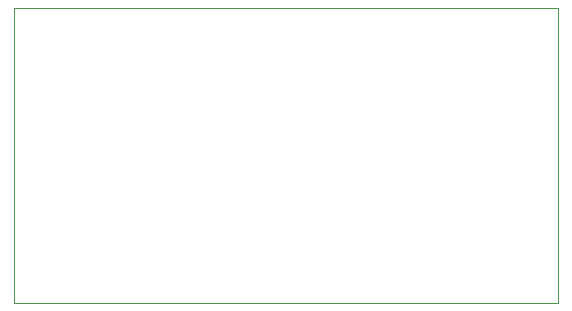
<source format=gbr>
%TF.GenerationSoftware,KiCad,Pcbnew,(6.0.7)*%
%TF.CreationDate,2022-12-22T14:47:10-06:00*%
%TF.ProjectId,Proyecto_1,50726f79-6563-4746-9f5f-312e6b696361,rev?*%
%TF.SameCoordinates,Original*%
%TF.FileFunction,Profile,NP*%
%FSLAX46Y46*%
G04 Gerber Fmt 4.6, Leading zero omitted, Abs format (unit mm)*
G04 Created by KiCad (PCBNEW (6.0.7)) date 2022-12-22 14:47:10*
%MOMM*%
%LPD*%
G01*
G04 APERTURE LIST*
%TA.AperFunction,Profile*%
%ADD10C,0.100000*%
%TD*%
G04 APERTURE END LIST*
D10*
X164000000Y-87000000D02*
X164000000Y-112000000D01*
X118000000Y-87000000D02*
X164000000Y-87000000D01*
X118000000Y-112000000D02*
X118000000Y-87000000D01*
X164000000Y-112000000D02*
X118000000Y-112000000D01*
M02*

</source>
